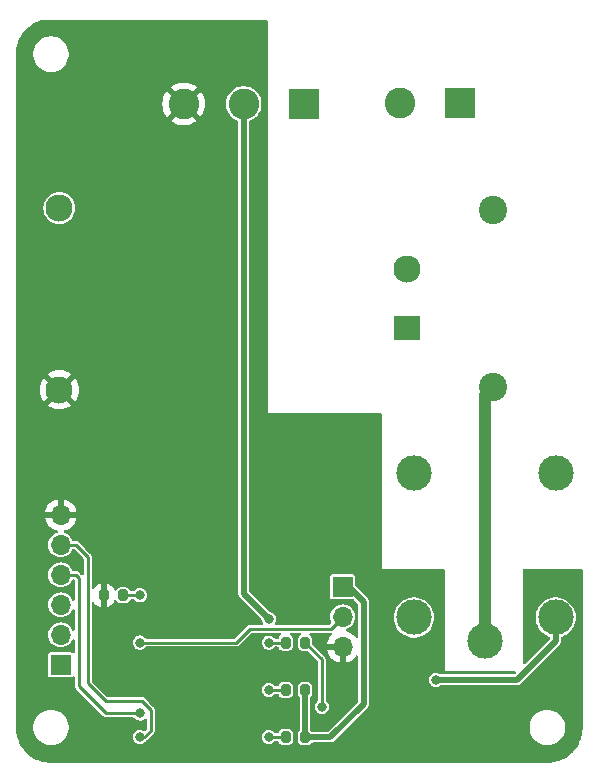
<source format=gbl>
G04 #@! TF.GenerationSoftware,KiCad,Pcbnew,7.0.8*
G04 #@! TF.CreationDate,2024-05-07T22:53:17-03:00*
G04 #@! TF.ProjectId,lamp_module_x1,6c616d70-5f6d-46f6-9475-6c655f78312e,1.1*
G04 #@! TF.SameCoordinates,Original*
G04 #@! TF.FileFunction,Copper,L2,Bot*
G04 #@! TF.FilePolarity,Positive*
%FSLAX46Y46*%
G04 Gerber Fmt 4.6, Leading zero omitted, Abs format (unit mm)*
G04 Created by KiCad (PCBNEW 7.0.8) date 2024-05-07 22:53:17*
%MOMM*%
%LPD*%
G01*
G04 APERTURE LIST*
G04 Aperture macros list*
%AMRoundRect*
0 Rectangle with rounded corners*
0 $1 Rounding radius*
0 $2 $3 $4 $5 $6 $7 $8 $9 X,Y pos of 4 corners*
0 Add a 4 corners polygon primitive as box body*
4,1,4,$2,$3,$4,$5,$6,$7,$8,$9,$2,$3,0*
0 Add four circle primitives for the rounded corners*
1,1,$1+$1,$2,$3*
1,1,$1+$1,$4,$5*
1,1,$1+$1,$6,$7*
1,1,$1+$1,$8,$9*
0 Add four rect primitives between the rounded corners*
20,1,$1+$1,$2,$3,$4,$5,0*
20,1,$1+$1,$4,$5,$6,$7,0*
20,1,$1+$1,$6,$7,$8,$9,0*
20,1,$1+$1,$8,$9,$2,$3,0*%
G04 Aperture macros list end*
G04 #@! TA.AperFunction,ComponentPad*
%ADD10R,1.700000X1.700000*%
G04 #@! TD*
G04 #@! TA.AperFunction,ComponentPad*
%ADD11O,1.700000X1.700000*%
G04 #@! TD*
G04 #@! TA.AperFunction,ComponentPad*
%ADD12C,3.000000*%
G04 #@! TD*
G04 #@! TA.AperFunction,ComponentPad*
%ADD13R,2.600000X2.600000*%
G04 #@! TD*
G04 #@! TA.AperFunction,ComponentPad*
%ADD14C,2.600000*%
G04 #@! TD*
G04 #@! TA.AperFunction,ComponentPad*
%ADD15C,2.400000*%
G04 #@! TD*
G04 #@! TA.AperFunction,ComponentPad*
%ADD16R,2.300000X2.000000*%
G04 #@! TD*
G04 #@! TA.AperFunction,ComponentPad*
%ADD17C,2.300000*%
G04 #@! TD*
G04 #@! TA.AperFunction,SMDPad,CuDef*
%ADD18RoundRect,0.200000X0.200000X0.275000X-0.200000X0.275000X-0.200000X-0.275000X0.200000X-0.275000X0*%
G04 #@! TD*
G04 #@! TA.AperFunction,ViaPad*
%ADD19C,0.800000*%
G04 #@! TD*
G04 #@! TA.AperFunction,Conductor*
%ADD20C,0.500000*%
G04 #@! TD*
G04 #@! TA.AperFunction,Conductor*
%ADD21C,1.000000*%
G04 #@! TD*
G04 #@! TA.AperFunction,Conductor*
%ADD22C,0.250000*%
G04 #@! TD*
G04 APERTURE END LIST*
D10*
X156234000Y-99015300D03*
D11*
X156234000Y-101555300D03*
X156234000Y-104095300D03*
D12*
X168268000Y-103613300D03*
X162268000Y-89413300D03*
X174268000Y-89413300D03*
X174268000Y-101613300D03*
X162268000Y-101613300D03*
D13*
X152932000Y-58121300D03*
D14*
X147852000Y-58121300D03*
X142772000Y-58121300D03*
D10*
X132358000Y-105619300D03*
D11*
X132358000Y-103079300D03*
X132358000Y-100539300D03*
X132358000Y-97999300D03*
X132358000Y-95459300D03*
X132358000Y-92919300D03*
D13*
X166145000Y-58070300D03*
D14*
X161065000Y-58070300D03*
D15*
X168934000Y-82131300D03*
X168934000Y-67131300D03*
D16*
X161652500Y-77131300D03*
D17*
X161652500Y-72131300D03*
X132252500Y-82331300D03*
X132252500Y-66931300D03*
D18*
X153049000Y-103738805D03*
X151399000Y-103738805D03*
X153049000Y-111738804D03*
X151399000Y-111738804D03*
X137649000Y-99738806D03*
X135999000Y-99738806D03*
X153049000Y-107738807D03*
X151399000Y-107738807D03*
D19*
X164108000Y-106889300D03*
X150495000Y-91663301D03*
X158774000Y-111715300D03*
X132252500Y-80010000D03*
X134644000Y-59137300D03*
X158068000Y-85471000D03*
X155194000Y-94742000D03*
X170204000Y-111715300D03*
X144018000Y-89109300D03*
X139062999Y-98276802D03*
X149985000Y-101738802D03*
X139062999Y-109738803D03*
X139062999Y-111738800D03*
X149985001Y-103738802D03*
X149985001Y-107738807D03*
X149985001Y-111738804D03*
X139062999Y-99738806D03*
X154456000Y-109175300D03*
X139062999Y-103738802D03*
D20*
X147852000Y-99605802D02*
X149985000Y-101738802D01*
X147852000Y-58121300D02*
X147852000Y-99605802D01*
D21*
X168268000Y-82797300D02*
X168934000Y-82131300D01*
X168268000Y-103613300D02*
X168268000Y-82797300D01*
D20*
X164108000Y-106889300D02*
X170966000Y-106889300D01*
X170966000Y-106889300D02*
X174268000Y-103587300D01*
X174268000Y-103587300D02*
X174268000Y-101613300D01*
X153049000Y-107738807D02*
X153049000Y-111738804D01*
X158012000Y-100285300D02*
X156742000Y-99015300D01*
X156742000Y-99015300D02*
X156234000Y-99015300D01*
X158012000Y-108921300D02*
X158012000Y-100285300D01*
X153049000Y-111738804D02*
X155194496Y-111738804D01*
X155194496Y-111738804D02*
X158012000Y-108921300D01*
D22*
X133628000Y-97999300D02*
X132358000Y-97999300D01*
X136223503Y-109738803D02*
X133882000Y-107397300D01*
X133882000Y-98253300D02*
X133628000Y-97999300D01*
X133882000Y-107397300D02*
X133882000Y-98253300D01*
X139062999Y-109738803D02*
X136223503Y-109738803D01*
X133628000Y-95459300D02*
X132358000Y-95459300D01*
X134644000Y-96475300D02*
X133628000Y-95459300D01*
X139978000Y-109429300D02*
X139216000Y-108667300D01*
X136168000Y-108667300D02*
X134644000Y-107143300D01*
X139216000Y-108667300D02*
X136168000Y-108667300D01*
X134644000Y-107143300D02*
X134644000Y-96475300D01*
X139978000Y-111207300D02*
X139978000Y-109429300D01*
X139062999Y-111738800D02*
X139446500Y-111738800D01*
X139446500Y-111738800D02*
X139978000Y-111207300D01*
X149985003Y-103738805D02*
X149985001Y-103738802D01*
X151399001Y-103738805D02*
X149985003Y-103738805D01*
X151399000Y-107738805D02*
X149985001Y-107738807D01*
X151399001Y-111738804D02*
X149985001Y-111738804D01*
X137648999Y-99738806D02*
X139062999Y-99738806D01*
X154456000Y-105145805D02*
X154456000Y-109175300D01*
X153049000Y-103738805D02*
X154456000Y-105145805D01*
X155218000Y-102571300D02*
X156234000Y-101555300D01*
X147192498Y-103738802D02*
X148360000Y-102571300D01*
X139062999Y-103738802D02*
X147192498Y-103738802D01*
X148360000Y-102571300D02*
X155218000Y-102571300D01*
G04 #@! TA.AperFunction,Conductor*
G36*
X149827039Y-51028985D02*
G01*
X149872794Y-51081789D01*
X149884000Y-51133300D01*
X149884000Y-84283300D01*
X159412000Y-84283300D01*
X159479039Y-84302985D01*
X159524794Y-84355789D01*
X159536000Y-84407300D01*
X159536000Y-97491300D01*
X164746000Y-97491300D01*
X164813039Y-97510985D01*
X164858794Y-97563789D01*
X164870000Y-97615300D01*
X164870000Y-106127300D01*
X170791535Y-106127300D01*
X170858574Y-106146985D01*
X170904329Y-106199789D01*
X170914273Y-106268947D01*
X170885248Y-106332503D01*
X170879216Y-106338981D01*
X170815716Y-106402481D01*
X170754393Y-106435966D01*
X170728035Y-106438800D01*
X164549419Y-106438800D01*
X164482380Y-106419115D01*
X164473933Y-106413176D01*
X164410842Y-106364764D01*
X164264762Y-106304256D01*
X164264760Y-106304255D01*
X164108001Y-106283618D01*
X164107999Y-106283618D01*
X163951239Y-106304255D01*
X163951237Y-106304256D01*
X163805160Y-106364763D01*
X163679718Y-106461018D01*
X163583463Y-106586460D01*
X163522956Y-106732537D01*
X163522955Y-106732539D01*
X163502318Y-106889298D01*
X163502318Y-106889301D01*
X163522955Y-107046060D01*
X163522956Y-107046062D01*
X163575682Y-107173355D01*
X163583464Y-107192141D01*
X163679718Y-107317582D01*
X163805159Y-107413836D01*
X163951238Y-107474344D01*
X164029619Y-107484663D01*
X164107999Y-107494982D01*
X164108000Y-107494982D01*
X164108001Y-107494982D01*
X164160254Y-107488102D01*
X164264762Y-107474344D01*
X164410841Y-107413836D01*
X164473933Y-107365423D01*
X164539102Y-107340230D01*
X164549419Y-107339800D01*
X170937217Y-107339800D01*
X170944155Y-107340189D01*
X170976050Y-107343783D01*
X170983034Y-107344570D01*
X170983034Y-107344569D01*
X170983035Y-107344570D01*
X171041479Y-107333511D01*
X171100287Y-107324648D01*
X171100290Y-107324646D01*
X171108447Y-107322130D01*
X171116469Y-107319323D01*
X171116472Y-107319323D01*
X171169072Y-107291522D01*
X171222642Y-107265725D01*
X171222642Y-107265724D01*
X171222644Y-107265724D01*
X171229695Y-107260916D01*
X171236538Y-107255866D01*
X171278599Y-107213804D01*
X171322194Y-107173355D01*
X171322196Y-107173350D01*
X171327987Y-107166090D01*
X171328643Y-107166613D01*
X171338032Y-107154370D01*
X174566205Y-103926196D01*
X174571373Y-103921577D01*
X174601970Y-103897179D01*
X174635480Y-103848028D01*
X174670793Y-103800182D01*
X174670794Y-103800179D01*
X174674778Y-103792641D01*
X174678474Y-103784968D01*
X174696006Y-103728127D01*
X174715645Y-103672002D01*
X174715646Y-103672000D01*
X174715646Y-103671995D01*
X174717228Y-103663636D01*
X174718500Y-103655199D01*
X174718500Y-103595726D01*
X174720724Y-103536292D01*
X174719684Y-103527061D01*
X174720513Y-103526967D01*
X174718500Y-103511666D01*
X174718500Y-103345415D01*
X174738185Y-103278376D01*
X174790989Y-103232621D01*
X174805952Y-103226924D01*
X174890987Y-103200695D01*
X174890994Y-103200691D01*
X174891004Y-103200689D01*
X175095928Y-103102003D01*
X175120626Y-103090109D01*
X175120626Y-103090108D01*
X175120634Y-103090105D01*
X175331217Y-102946532D01*
X175518050Y-102773177D01*
X175676959Y-102573912D01*
X175804393Y-102353188D01*
X175897508Y-102115937D01*
X175954222Y-101867457D01*
X175973268Y-101613300D01*
X175970925Y-101582040D01*
X175954222Y-101359145D01*
X175951990Y-101349367D01*
X175897508Y-101110663D01*
X175804393Y-100873412D01*
X175676959Y-100652688D01*
X175518050Y-100453423D01*
X175331217Y-100280068D01*
X175120634Y-100136495D01*
X175120630Y-100136493D01*
X175120627Y-100136491D01*
X175120626Y-100136490D01*
X174891006Y-100025912D01*
X174891008Y-100025912D01*
X174647466Y-99950789D01*
X174647462Y-99950788D01*
X174647458Y-99950787D01*
X174526231Y-99932514D01*
X174395440Y-99912800D01*
X174395435Y-99912800D01*
X174140565Y-99912800D01*
X174140559Y-99912800D01*
X173983609Y-99936457D01*
X173888542Y-99950787D01*
X173888539Y-99950788D01*
X173888533Y-99950789D01*
X173644992Y-100025912D01*
X173415373Y-100136490D01*
X173415372Y-100136491D01*
X173415366Y-100136494D01*
X173415366Y-100136495D01*
X173394072Y-100151013D01*
X173204782Y-100280068D01*
X173017952Y-100453421D01*
X173017950Y-100453423D01*
X172859041Y-100652688D01*
X172731608Y-100873409D01*
X172638492Y-101110662D01*
X172638490Y-101110669D01*
X172581777Y-101359145D01*
X172562732Y-101613295D01*
X172562732Y-101613304D01*
X172581777Y-101867454D01*
X172634008Y-102096295D01*
X172638492Y-102115937D01*
X172731607Y-102353188D01*
X172859041Y-102573912D01*
X173017950Y-102773177D01*
X173204783Y-102946532D01*
X173415366Y-103090105D01*
X173415371Y-103090107D01*
X173415372Y-103090108D01*
X173415373Y-103090109D01*
X173610664Y-103184155D01*
X173644996Y-103200689D01*
X173645001Y-103200690D01*
X173645012Y-103200695D01*
X173730048Y-103226924D01*
X173788308Y-103265493D01*
X173816466Y-103329437D01*
X173817500Y-103345415D01*
X173817500Y-103349335D01*
X173797815Y-103416374D01*
X173781181Y-103437016D01*
X171685681Y-105532516D01*
X171624358Y-105566001D01*
X171554666Y-105561017D01*
X171498733Y-105519145D01*
X171474316Y-105453681D01*
X171474000Y-105444835D01*
X171474000Y-97615300D01*
X171493685Y-97548261D01*
X171546489Y-97502506D01*
X171598000Y-97491300D01*
X176429500Y-97491300D01*
X176496539Y-97510985D01*
X176542294Y-97563789D01*
X176553500Y-97615300D01*
X176553500Y-110916533D01*
X176553415Y-110919778D01*
X176546761Y-111046778D01*
X176536132Y-111235600D01*
X176535467Y-111241817D01*
X176512042Y-111389740D01*
X176483661Y-111556795D01*
X176482423Y-111562460D01*
X176442217Y-111712519D01*
X176396744Y-111870367D01*
X176395048Y-111875424D01*
X176338508Y-112022726D01*
X176276387Y-112172702D01*
X176274348Y-112177124D01*
X176202129Y-112318866D01*
X176124027Y-112460185D01*
X176121760Y-112463963D01*
X176034655Y-112598097D01*
X175941420Y-112729503D01*
X175939037Y-112732644D01*
X175838990Y-112856193D01*
X175837037Y-112858488D01*
X175730714Y-112977465D01*
X175728325Y-112979993D01*
X175615829Y-113092490D01*
X175613301Y-113094880D01*
X175494324Y-113201205D01*
X175492029Y-113203158D01*
X175368480Y-113303209D01*
X175365339Y-113305591D01*
X175233941Y-113398826D01*
X175099797Y-113485938D01*
X175096020Y-113488205D01*
X174954700Y-113566311D01*
X174812963Y-113638529D01*
X174808541Y-113640568D01*
X174658527Y-113702707D01*
X174511288Y-113759226D01*
X174506232Y-113760921D01*
X174348325Y-113806415D01*
X174198308Y-113846612D01*
X174192644Y-113847849D01*
X174025597Y-113876233D01*
X173877692Y-113899659D01*
X173871466Y-113900325D01*
X173675131Y-113911351D01*
X173556495Y-113917569D01*
X173553249Y-113917654D01*
X131830251Y-113917654D01*
X131820707Y-113914851D01*
X131786328Y-113917474D01*
X131781610Y-113917654D01*
X131780576Y-113917654D01*
X131779533Y-113917749D01*
X131656738Y-113920402D01*
X131450602Y-113924044D01*
X131444040Y-113923812D01*
X131287775Y-113909991D01*
X131110813Y-113892236D01*
X131104801Y-113891333D01*
X130945239Y-113859314D01*
X130917234Y-113853121D01*
X130776888Y-113822082D01*
X130771487Y-113820630D01*
X130613934Y-113770533D01*
X130453101Y-113714486D01*
X130448352Y-113712608D01*
X130295939Y-113644969D01*
X130211109Y-113603679D01*
X130143635Y-113570837D01*
X130139558Y-113568661D01*
X129994694Y-113484268D01*
X129852492Y-113392992D01*
X129849089Y-113390644D01*
X129715128Y-113291460D01*
X129712636Y-113289515D01*
X129669657Y-113254165D01*
X129583373Y-113183197D01*
X129580635Y-113180806D01*
X129458290Y-113067483D01*
X129455707Y-113064945D01*
X129339808Y-112944177D01*
X129337678Y-112941842D01*
X129228547Y-112815857D01*
X129225963Y-112812666D01*
X129124072Y-112677843D01*
X129028838Y-112539833D01*
X129026361Y-112535941D01*
X128982025Y-112460185D01*
X128940819Y-112389776D01*
X128861696Y-112242925D01*
X128859481Y-112238373D01*
X128791315Y-112082321D01*
X128729292Y-111928988D01*
X128727450Y-111923765D01*
X128677467Y-111758786D01*
X128633325Y-111602073D01*
X128631972Y-111596177D01*
X128600748Y-111421121D01*
X128575012Y-111266313D01*
X128574282Y-111259802D01*
X128573821Y-111251985D01*
X128562133Y-111053593D01*
X128561522Y-111042488D01*
X130053501Y-111042488D01*
X130094430Y-111287770D01*
X130175170Y-111522956D01*
X130175173Y-111522965D01*
X130293525Y-111741660D01*
X130293527Y-111741663D01*
X130446263Y-111937898D01*
X130603122Y-112082297D01*
X130629218Y-112106320D01*
X130837394Y-112242327D01*
X131065119Y-112342217D01*
X131252830Y-112389752D01*
X131306180Y-112403262D01*
X131306182Y-112403262D01*
X131306187Y-112403263D01*
X131439377Y-112414299D01*
X131491934Y-112418654D01*
X131491936Y-112418654D01*
X131616066Y-112418654D01*
X131616068Y-112418654D01*
X131677285Y-112413581D01*
X131801814Y-112403263D01*
X131801817Y-112403262D01*
X131801822Y-112403262D01*
X132042882Y-112342217D01*
X132270608Y-112242327D01*
X132478786Y-112106318D01*
X132661739Y-111937898D01*
X132814475Y-111741663D01*
X132932829Y-111522964D01*
X133013572Y-111287768D01*
X133054501Y-111042489D01*
X133054501Y-110793819D01*
X133013572Y-110548540D01*
X132932829Y-110313344D01*
X132922806Y-110294824D01*
X132814476Y-110094647D01*
X132814475Y-110094645D01*
X132661739Y-109898410D01*
X132478786Y-109729990D01*
X132478783Y-109729987D01*
X132270607Y-109593980D01*
X132042882Y-109494090D01*
X131801825Y-109433046D01*
X131801814Y-109433044D01*
X131636549Y-109419351D01*
X131616068Y-109417654D01*
X131491934Y-109417654D01*
X131472522Y-109419262D01*
X131306187Y-109433044D01*
X131306176Y-109433046D01*
X131065119Y-109494090D01*
X130837394Y-109593980D01*
X130629218Y-109729987D01*
X130486130Y-109861710D01*
X130449354Y-109895565D01*
X130446262Y-109898411D01*
X130293525Y-110094647D01*
X130175173Y-110313342D01*
X130175170Y-110313351D01*
X130094430Y-110548537D01*
X130053501Y-110793819D01*
X130053501Y-111042488D01*
X128561522Y-111042488D01*
X128555264Y-110928652D01*
X128555171Y-110925298D01*
X128553797Y-93169300D01*
X131027364Y-93169300D01*
X131084567Y-93382786D01*
X131084570Y-93382792D01*
X131184399Y-93596878D01*
X131319894Y-93790382D01*
X131486917Y-93957405D01*
X131680421Y-94092900D01*
X131894507Y-94192729D01*
X131894516Y-94192733D01*
X132016649Y-94225458D01*
X132076310Y-94261823D01*
X132106839Y-94324669D01*
X132098545Y-94394045D01*
X132054059Y-94447923D01*
X132020552Y-94463893D01*
X131954046Y-94484067D01*
X131823358Y-94553922D01*
X131771550Y-94581615D01*
X131771548Y-94581616D01*
X131771547Y-94581617D01*
X131611589Y-94712889D01*
X131480317Y-94872847D01*
X131382769Y-95055343D01*
X131322699Y-95253367D01*
X131302417Y-95459300D01*
X131322699Y-95665232D01*
X131322700Y-95665234D01*
X131382768Y-95863254D01*
X131480315Y-96045750D01*
X131480317Y-96045752D01*
X131611589Y-96205710D01*
X131681213Y-96262848D01*
X131771550Y-96336985D01*
X131954046Y-96434532D01*
X132152066Y-96494600D01*
X132152065Y-96494600D01*
X132170529Y-96496418D01*
X132358000Y-96514883D01*
X132563934Y-96494600D01*
X132761954Y-96434532D01*
X132944450Y-96336985D01*
X133104410Y-96205710D01*
X133235685Y-96045750D01*
X133333232Y-95863254D01*
X133333232Y-95863253D01*
X133336104Y-95857881D01*
X133337919Y-95858851D01*
X133375839Y-95811758D01*
X133442125Y-95789668D01*
X133509831Y-95806920D01*
X133534280Y-95825906D01*
X134282181Y-96573807D01*
X134315666Y-96635130D01*
X134318500Y-96661488D01*
X134318500Y-97928738D01*
X134298815Y-97995777D01*
X134246011Y-98041532D01*
X134176853Y-98051476D01*
X134114798Y-98023731D01*
X134111243Y-98020748D01*
X134104180Y-98014822D01*
X134100197Y-98011171D01*
X134017764Y-97928738D01*
X133870119Y-97781093D01*
X133866474Y-97777114D01*
X133840456Y-97746107D01*
X133840455Y-97746106D01*
X133829058Y-97739526D01*
X133805392Y-97725861D01*
X133800831Y-97722955D01*
X133787687Y-97713752D01*
X133767684Y-97699746D01*
X133767681Y-97699745D01*
X133762861Y-97697497D01*
X133746055Y-97690535D01*
X133741043Y-97688711D01*
X133701190Y-97681683D01*
X133695910Y-97680512D01*
X133656808Y-97670035D01*
X133621892Y-97673090D01*
X133616481Y-97673564D01*
X133611078Y-97673800D01*
X133448583Y-97673800D01*
X133381544Y-97654115D01*
X133335789Y-97601311D01*
X133334021Y-97597251D01*
X133333233Y-97595351D01*
X133333232Y-97595346D01*
X133235685Y-97412850D01*
X133183702Y-97349509D01*
X133104410Y-97252889D01*
X132944452Y-97121617D01*
X132944453Y-97121617D01*
X132944450Y-97121615D01*
X132761954Y-97024068D01*
X132563934Y-96964000D01*
X132563932Y-96963999D01*
X132563934Y-96963999D01*
X132358000Y-96943717D01*
X132152067Y-96963999D01*
X131954043Y-97024069D01*
X131843898Y-97082943D01*
X131771550Y-97121615D01*
X131771548Y-97121616D01*
X131771547Y-97121617D01*
X131611589Y-97252889D01*
X131480317Y-97412847D01*
X131382769Y-97595343D01*
X131322699Y-97793367D01*
X131302417Y-97999300D01*
X131322699Y-98205232D01*
X131322700Y-98205234D01*
X131382768Y-98403254D01*
X131480315Y-98585750D01*
X131480317Y-98585752D01*
X131611589Y-98745710D01*
X131703071Y-98820786D01*
X131771550Y-98876985D01*
X131954046Y-98974532D01*
X132152066Y-99034600D01*
X132152065Y-99034600D01*
X132170529Y-99036418D01*
X132358000Y-99054883D01*
X132563934Y-99034600D01*
X132761954Y-98974532D01*
X132944450Y-98876985D01*
X133104410Y-98745710D01*
X133235685Y-98585750D01*
X133323143Y-98422128D01*
X133372105Y-98372286D01*
X133440242Y-98356826D01*
X133505922Y-98380658D01*
X133548291Y-98436216D01*
X133556500Y-98480584D01*
X133556500Y-100058015D01*
X133536815Y-100125054D01*
X133484011Y-100170809D01*
X133414853Y-100180753D01*
X133351297Y-100151728D01*
X133323142Y-100116469D01*
X133315472Y-100102119D01*
X133235685Y-99952850D01*
X133117528Y-99808874D01*
X133104410Y-99792889D01*
X132944452Y-99661617D01*
X132944453Y-99661617D01*
X132944450Y-99661615D01*
X132761954Y-99564068D01*
X132563934Y-99504000D01*
X132563932Y-99503999D01*
X132563934Y-99503999D01*
X132358000Y-99483717D01*
X132152067Y-99503999D01*
X131954043Y-99564069D01*
X131844100Y-99622836D01*
X131771550Y-99661615D01*
X131771548Y-99661616D01*
X131771547Y-99661617D01*
X131611589Y-99792889D01*
X131482008Y-99950787D01*
X131480315Y-99952850D01*
X131469698Y-99972713D01*
X131382769Y-100135343D01*
X131382768Y-100135345D01*
X131382768Y-100135346D01*
X131381626Y-100139110D01*
X131322699Y-100333367D01*
X131302417Y-100539300D01*
X131322699Y-100745232D01*
X131352734Y-100844244D01*
X131382768Y-100943254D01*
X131480315Y-101125750D01*
X131514969Y-101167977D01*
X131611589Y-101285710D01*
X131689157Y-101349367D01*
X131771550Y-101416985D01*
X131954046Y-101514532D01*
X132152066Y-101574600D01*
X132152065Y-101574600D01*
X132170529Y-101576418D01*
X132358000Y-101594883D01*
X132563934Y-101574600D01*
X132761954Y-101514532D01*
X132944450Y-101416985D01*
X133104410Y-101285710D01*
X133235685Y-101125750D01*
X133323143Y-100962128D01*
X133372105Y-100912286D01*
X133440242Y-100896826D01*
X133505922Y-100920658D01*
X133548291Y-100976216D01*
X133556500Y-101020584D01*
X133556500Y-102598015D01*
X133536815Y-102665054D01*
X133484011Y-102710809D01*
X133414853Y-102720753D01*
X133351297Y-102691728D01*
X133323142Y-102656469D01*
X133303944Y-102620553D01*
X133235685Y-102492850D01*
X133121070Y-102353190D01*
X133104410Y-102332889D01*
X132978936Y-102229917D01*
X132944450Y-102201615D01*
X132761954Y-102104068D01*
X132563934Y-102044000D01*
X132563932Y-102043999D01*
X132563934Y-102043999D01*
X132358000Y-102023717D01*
X132152067Y-102043999D01*
X131954043Y-102104069D01*
X131843898Y-102162943D01*
X131771550Y-102201615D01*
X131771548Y-102201616D01*
X131771547Y-102201617D01*
X131611589Y-102332889D01*
X131480317Y-102492847D01*
X131480315Y-102492850D01*
X131449391Y-102550705D01*
X131382769Y-102675343D01*
X131322699Y-102873367D01*
X131302417Y-103079300D01*
X131322699Y-103285232D01*
X131345120Y-103359143D01*
X131382768Y-103483254D01*
X131480315Y-103665750D01*
X131485446Y-103672002D01*
X131611589Y-103825710D01*
X131684391Y-103885456D01*
X131771550Y-103956985D01*
X131954046Y-104054532D01*
X132152066Y-104114600D01*
X132152065Y-104114600D01*
X132170529Y-104116418D01*
X132358000Y-104134883D01*
X132563934Y-104114600D01*
X132761954Y-104054532D01*
X132944450Y-103956985D01*
X133104410Y-103825710D01*
X133235685Y-103665750D01*
X133323143Y-103502128D01*
X133372105Y-103452286D01*
X133440242Y-103436826D01*
X133505922Y-103460658D01*
X133548291Y-103516216D01*
X133556500Y-103560584D01*
X133556500Y-104529333D01*
X133536815Y-104596372D01*
X133484011Y-104642127D01*
X133414853Y-104652071D01*
X133364384Y-104629022D01*
X133362707Y-104631533D01*
X133286230Y-104580432D01*
X133286229Y-104580431D01*
X133227752Y-104568800D01*
X133227748Y-104568800D01*
X131488252Y-104568800D01*
X131488247Y-104568800D01*
X131429770Y-104580431D01*
X131429769Y-104580432D01*
X131363447Y-104624747D01*
X131319132Y-104691069D01*
X131319131Y-104691070D01*
X131307500Y-104749547D01*
X131307500Y-106489052D01*
X131319131Y-106547529D01*
X131319132Y-106547530D01*
X131363447Y-106613852D01*
X131429769Y-106658167D01*
X131429770Y-106658168D01*
X131488247Y-106669799D01*
X131488250Y-106669800D01*
X131488252Y-106669800D01*
X133227750Y-106669800D01*
X133227751Y-106669799D01*
X133242568Y-106666852D01*
X133286229Y-106658168D01*
X133286229Y-106658167D01*
X133286231Y-106658167D01*
X133352552Y-106613852D01*
X133352551Y-106613852D01*
X133362707Y-106607067D01*
X133365033Y-106610548D01*
X133406142Y-106588101D01*
X133475834Y-106593085D01*
X133531767Y-106634957D01*
X133556184Y-106700421D01*
X133556500Y-106709267D01*
X133556500Y-107380378D01*
X133556264Y-107385785D01*
X133552735Y-107426108D01*
X133563212Y-107465210D01*
X133564383Y-107470490D01*
X133571411Y-107510343D01*
X133573235Y-107515355D01*
X133580197Y-107532161D01*
X133582445Y-107536981D01*
X133582446Y-107536984D01*
X133596452Y-107556987D01*
X133605655Y-107570131D01*
X133608561Y-107574692D01*
X133628806Y-107609755D01*
X133659815Y-107635775D01*
X133663805Y-107639431D01*
X135981371Y-109956998D01*
X135985026Y-109960987D01*
X136011044Y-109991993D01*
X136011046Y-109991994D01*
X136011048Y-109991997D01*
X136046108Y-110012238D01*
X136050662Y-110015140D01*
X136083819Y-110038357D01*
X136083822Y-110038357D01*
X136088679Y-110040623D01*
X136105436Y-110047563D01*
X136110456Y-110049390D01*
X136110458Y-110049391D01*
X136150333Y-110056421D01*
X136155590Y-110057587D01*
X136194696Y-110068066D01*
X136235013Y-110064538D01*
X136240415Y-110064303D01*
X138494700Y-110064303D01*
X138561739Y-110083988D01*
X138593075Y-110112816D01*
X138634717Y-110167085D01*
X138760158Y-110263339D01*
X138906237Y-110323847D01*
X138984618Y-110334166D01*
X139062998Y-110344485D01*
X139062999Y-110344485D01*
X139063000Y-110344485D01*
X139115253Y-110337605D01*
X139219761Y-110323847D01*
X139365840Y-110263339D01*
X139453015Y-110196446D01*
X139518183Y-110171254D01*
X139586627Y-110185292D01*
X139636617Y-110234106D01*
X139652500Y-110294824D01*
X139652500Y-111021111D01*
X139632815Y-111088150D01*
X139616181Y-111108793D01*
X139524705Y-111200268D01*
X139463381Y-111233752D01*
X139393690Y-111228768D01*
X139373353Y-111217508D01*
X139372880Y-111218328D01*
X139365842Y-111214265D01*
X139365837Y-111214263D01*
X139219761Y-111153756D01*
X139219759Y-111153755D01*
X139063000Y-111133118D01*
X139062998Y-111133118D01*
X138906238Y-111153755D01*
X138906236Y-111153756D01*
X138760159Y-111214263D01*
X138634717Y-111310518D01*
X138538462Y-111435960D01*
X138477955Y-111582037D01*
X138477954Y-111582039D01*
X138457317Y-111738798D01*
X138457317Y-111738801D01*
X138477954Y-111895560D01*
X138477955Y-111895562D01*
X138530138Y-112021544D01*
X138538463Y-112041641D01*
X138634717Y-112167082D01*
X138760158Y-112263336D01*
X138906237Y-112323844D01*
X138984618Y-112334163D01*
X139062998Y-112344482D01*
X139062999Y-112344482D01*
X139063000Y-112344482D01*
X139115253Y-112337602D01*
X139219761Y-112323844D01*
X139365840Y-112263336D01*
X139491281Y-112167082D01*
X139582940Y-112047628D01*
X139610186Y-112021546D01*
X139619340Y-112015136D01*
X139623899Y-112012233D01*
X139653877Y-111994926D01*
X139658955Y-111991994D01*
X139684981Y-111960976D01*
X139688622Y-111957002D01*
X139906819Y-111738805D01*
X149379319Y-111738805D01*
X149399956Y-111895564D01*
X149399957Y-111895566D01*
X149460462Y-112041639D01*
X149460465Y-112041645D01*
X149556719Y-112167086D01*
X149682160Y-112263340D01*
X149828239Y-112323848D01*
X149906620Y-112334167D01*
X149985000Y-112344486D01*
X149985001Y-112344486D01*
X149985002Y-112344486D01*
X150037255Y-112337606D01*
X150141763Y-112323848D01*
X150287842Y-112263340D01*
X150413283Y-112167086D01*
X150454924Y-112112817D01*
X150511352Y-112071615D01*
X150553300Y-112064304D01*
X150699253Y-112064304D01*
X150766292Y-112083989D01*
X150809738Y-112132009D01*
X150813353Y-112139104D01*
X150813354Y-112139108D01*
X150866928Y-112244252D01*
X150870951Y-112252147D01*
X150870954Y-112252151D01*
X150960652Y-112341849D01*
X150960654Y-112341850D01*
X150960658Y-112341854D01*
X151054663Y-112389752D01*
X151073698Y-112399451D01*
X151167475Y-112414303D01*
X151167481Y-112414304D01*
X151630518Y-112414303D01*
X151724304Y-112399450D01*
X151837342Y-112341854D01*
X151927050Y-112252146D01*
X151984646Y-112139108D01*
X151984646Y-112139106D01*
X151984647Y-112139105D01*
X151999499Y-112045328D01*
X151999500Y-112045323D01*
X151999499Y-111432286D01*
X151984646Y-111338500D01*
X151927050Y-111225462D01*
X151927046Y-111225458D01*
X151927045Y-111225456D01*
X151837347Y-111135758D01*
X151837344Y-111135756D01*
X151837342Y-111135754D01*
X151751192Y-111091858D01*
X151724301Y-111078156D01*
X151630524Y-111063304D01*
X151167482Y-111063304D01*
X151091079Y-111075405D01*
X151073696Y-111078158D01*
X150960658Y-111135754D01*
X150960657Y-111135755D01*
X150960652Y-111135758D01*
X150870954Y-111225456D01*
X150870951Y-111225461D01*
X150870950Y-111225462D01*
X150820030Y-111325398D01*
X150809737Y-111345599D01*
X150761762Y-111396395D01*
X150699252Y-111413304D01*
X150553300Y-111413304D01*
X150486261Y-111393619D01*
X150454924Y-111364790D01*
X150413284Y-111310523D01*
X150413283Y-111310522D01*
X150287842Y-111214268D01*
X150287832Y-111214264D01*
X150141763Y-111153760D01*
X150141761Y-111153759D01*
X149985002Y-111133122D01*
X149985000Y-111133122D01*
X149828240Y-111153759D01*
X149828238Y-111153760D01*
X149682161Y-111214267D01*
X149556719Y-111310522D01*
X149460464Y-111435964D01*
X149399957Y-111582041D01*
X149399956Y-111582043D01*
X149379319Y-111738802D01*
X149379319Y-111738805D01*
X139906819Y-111738805D01*
X140196204Y-111449420D01*
X140200166Y-111445789D01*
X140231194Y-111419755D01*
X140251438Y-111384690D01*
X140254335Y-111380141D01*
X140277554Y-111346984D01*
X140277554Y-111346981D01*
X140279818Y-111342127D01*
X140286748Y-111325398D01*
X140288586Y-111320348D01*
X140288588Y-111320345D01*
X140294331Y-111287770D01*
X140295616Y-111280485D01*
X140296782Y-111275219D01*
X140307264Y-111236106D01*
X140307023Y-111233356D01*
X140303736Y-111195780D01*
X140303500Y-111190374D01*
X140303500Y-109446220D01*
X140303736Y-109440813D01*
X140305763Y-109417654D01*
X140307264Y-109400493D01*
X140296782Y-109361376D01*
X140295616Y-109356118D01*
X140288588Y-109316255D01*
X140288586Y-109316252D01*
X140288586Y-109316250D01*
X140286760Y-109311233D01*
X140279820Y-109294476D01*
X140277554Y-109289619D01*
X140277554Y-109289616D01*
X140254339Y-109256462D01*
X140251433Y-109251899D01*
X140231196Y-109216848D01*
X140231195Y-109216847D01*
X140231194Y-109216845D01*
X140200177Y-109190818D01*
X140196193Y-109187167D01*
X139854692Y-108845666D01*
X139458119Y-108449093D01*
X139454474Y-108445114D01*
X139428456Y-108414107D01*
X139428455Y-108414106D01*
X139417058Y-108407526D01*
X139393392Y-108393861D01*
X139388831Y-108390955D01*
X139374700Y-108381061D01*
X139355684Y-108367746D01*
X139355681Y-108367745D01*
X139350861Y-108365497D01*
X139334055Y-108358535D01*
X139329043Y-108356711D01*
X139289190Y-108349683D01*
X139283910Y-108348512D01*
X139244808Y-108338035D01*
X139209892Y-108341090D01*
X139204481Y-108341564D01*
X139199078Y-108341800D01*
X136354189Y-108341800D01*
X136287150Y-108322115D01*
X136266508Y-108305481D01*
X135699835Y-107738808D01*
X149379319Y-107738808D01*
X149399956Y-107895567D01*
X149399957Y-107895569D01*
X149460465Y-108041648D01*
X149556719Y-108167089D01*
X149682160Y-108263343D01*
X149828239Y-108323851D01*
X149906620Y-108334170D01*
X149985000Y-108344489D01*
X149985001Y-108344489D01*
X149985002Y-108344489D01*
X150037255Y-108337609D01*
X150141763Y-108323851D01*
X150287842Y-108263343D01*
X150413283Y-108167089D01*
X150454925Y-108112818D01*
X150511349Y-108071617D01*
X150553295Y-108064305D01*
X150699252Y-108064305D01*
X150766290Y-108083990D01*
X150809736Y-108132010D01*
X150813353Y-108139110D01*
X150813354Y-108139111D01*
X150870950Y-108252149D01*
X150870952Y-108252151D01*
X150870954Y-108252154D01*
X150960652Y-108341852D01*
X150960654Y-108341853D01*
X150960658Y-108341857D01*
X151057018Y-108390955D01*
X151073698Y-108399454D01*
X151167475Y-108414306D01*
X151167481Y-108414307D01*
X151630518Y-108414306D01*
X151724304Y-108399453D01*
X151837342Y-108341857D01*
X151927050Y-108252149D01*
X151984646Y-108139111D01*
X151984646Y-108139109D01*
X151984647Y-108139108D01*
X151999499Y-108045331D01*
X151999500Y-108045326D01*
X151999499Y-107432289D01*
X151984646Y-107338503D01*
X151927050Y-107225465D01*
X151927046Y-107225461D01*
X151927045Y-107225459D01*
X151837347Y-107135761D01*
X151837344Y-107135759D01*
X151837342Y-107135757D01*
X151760517Y-107096612D01*
X151724301Y-107078159D01*
X151630524Y-107063307D01*
X151167482Y-107063307D01*
X151086519Y-107076130D01*
X151073696Y-107078161D01*
X150960658Y-107135757D01*
X150960657Y-107135758D01*
X150960652Y-107135761D01*
X150870954Y-107225459D01*
X150870951Y-107225464D01*
X150870950Y-107225465D01*
X150820414Y-107324648D01*
X150809738Y-107345600D01*
X150761763Y-107396396D01*
X150699253Y-107413305D01*
X150553298Y-107413305D01*
X150486259Y-107393620D01*
X150454922Y-107364791D01*
X150436045Y-107340190D01*
X150413283Y-107310525D01*
X150287842Y-107214271D01*
X150286765Y-107213825D01*
X150141763Y-107153763D01*
X150141761Y-107153762D01*
X149985002Y-107133125D01*
X149985000Y-107133125D01*
X149828240Y-107153762D01*
X149828238Y-107153763D01*
X149682161Y-107214270D01*
X149556719Y-107310525D01*
X149460464Y-107435967D01*
X149399957Y-107582044D01*
X149399956Y-107582046D01*
X149379319Y-107738805D01*
X149379319Y-107738808D01*
X135699835Y-107738808D01*
X135005819Y-107044792D01*
X134972334Y-106983469D01*
X134969500Y-106957111D01*
X134969500Y-103738803D01*
X138457317Y-103738803D01*
X138477954Y-103895562D01*
X138477955Y-103895564D01*
X138526842Y-104013589D01*
X138538463Y-104041643D01*
X138634717Y-104167084D01*
X138760158Y-104263338D01*
X138906237Y-104323846D01*
X138984618Y-104334165D01*
X139062998Y-104344484D01*
X139062999Y-104344484D01*
X139063000Y-104344484D01*
X139115253Y-104337604D01*
X139219761Y-104323846D01*
X139365840Y-104263338D01*
X139491281Y-104167084D01*
X139532922Y-104112815D01*
X139589350Y-104071613D01*
X139631298Y-104064302D01*
X147175576Y-104064302D01*
X147180979Y-104064537D01*
X147221305Y-104068066D01*
X147260438Y-104057579D01*
X147265660Y-104056421D01*
X147305543Y-104049390D01*
X147305548Y-104049386D01*
X147310597Y-104047549D01*
X147327322Y-104040621D01*
X147332179Y-104038356D01*
X147332182Y-104038356D01*
X147365339Y-104015137D01*
X147369888Y-104012240D01*
X147404953Y-103991996D01*
X147430979Y-103960978D01*
X147434620Y-103957004D01*
X148458508Y-102933119D01*
X148519831Y-102899634D01*
X148546189Y-102896800D01*
X149888156Y-102896800D01*
X149955195Y-102916485D01*
X149985144Y-102951048D01*
X149999534Y-102928060D01*
X150062740Y-102898281D01*
X150081846Y-102896800D01*
X150913137Y-102896800D01*
X150980176Y-102916485D01*
X151025931Y-102969289D01*
X151035875Y-103038447D01*
X151006850Y-103102003D01*
X150969434Y-103131283D01*
X150960658Y-103135755D01*
X150960657Y-103135756D01*
X150960652Y-103135759D01*
X150870954Y-103225457D01*
X150870951Y-103225462D01*
X150870950Y-103225463D01*
X150813636Y-103337948D01*
X150809737Y-103345600D01*
X150761762Y-103396396D01*
X150699252Y-103413305D01*
X150553302Y-103413305D01*
X150486263Y-103393620D01*
X150454926Y-103364791D01*
X150443066Y-103349335D01*
X150413283Y-103310520D01*
X150287842Y-103214266D01*
X150255064Y-103200689D01*
X150141763Y-103153758D01*
X150141761Y-103153757D01*
X150065661Y-103143739D01*
X150001764Y-103115472D01*
X149986373Y-103092139D01*
X149981869Y-103102003D01*
X149923091Y-103139777D01*
X149904341Y-103143739D01*
X149828240Y-103153757D01*
X149828238Y-103153758D01*
X149682161Y-103214265D01*
X149556719Y-103310520D01*
X149460464Y-103435962D01*
X149399957Y-103582039D01*
X149399956Y-103582041D01*
X149379319Y-103738800D01*
X149379319Y-103738803D01*
X149399956Y-103895562D01*
X149399957Y-103895564D01*
X149448844Y-104013589D01*
X149460465Y-104041643D01*
X149556719Y-104167084D01*
X149682160Y-104263338D01*
X149828239Y-104323846D01*
X149906620Y-104334165D01*
X149985000Y-104344484D01*
X149985001Y-104344484D01*
X149985002Y-104344484D01*
X150037255Y-104337604D01*
X150141763Y-104323846D01*
X150287842Y-104263338D01*
X150413283Y-104167084D01*
X150454923Y-104112816D01*
X150511350Y-104071616D01*
X150553298Y-104064305D01*
X150699253Y-104064305D01*
X150766292Y-104083990D01*
X150809738Y-104132010D01*
X150813353Y-104139105D01*
X150813354Y-104139109D01*
X150827662Y-104167189D01*
X150870951Y-104252148D01*
X150870954Y-104252152D01*
X150960652Y-104341850D01*
X150960654Y-104341851D01*
X150960658Y-104341855D01*
X151073694Y-104399450D01*
X151073698Y-104399452D01*
X151167475Y-104414304D01*
X151167481Y-104414305D01*
X151630518Y-104414304D01*
X151724304Y-104399451D01*
X151837342Y-104341855D01*
X151927050Y-104252147D01*
X151984646Y-104139109D01*
X151984646Y-104139107D01*
X151984647Y-104139106D01*
X151997558Y-104057587D01*
X151999500Y-104045324D01*
X151999499Y-103432287D01*
X151984646Y-103338501D01*
X151927050Y-103225463D01*
X151927046Y-103225459D01*
X151927045Y-103225457D01*
X151837347Y-103135759D01*
X151837344Y-103135757D01*
X151837342Y-103135755D01*
X151828566Y-103131283D01*
X151777772Y-103083310D01*
X151760977Y-103015489D01*
X151783515Y-102949354D01*
X151838230Y-102905903D01*
X151884863Y-102896800D01*
X152563137Y-102896800D01*
X152630176Y-102916485D01*
X152675931Y-102969289D01*
X152685875Y-103038447D01*
X152656850Y-103102003D01*
X152619434Y-103131283D01*
X152610658Y-103135755D01*
X152610657Y-103135756D01*
X152610652Y-103135759D01*
X152520954Y-103225457D01*
X152520951Y-103225462D01*
X152463352Y-103338503D01*
X152448500Y-103432280D01*
X152448500Y-104045322D01*
X152459190Y-104112816D01*
X152463354Y-104139109D01*
X152520950Y-104252147D01*
X152520952Y-104252149D01*
X152520954Y-104252152D01*
X152610652Y-104341850D01*
X152610654Y-104341851D01*
X152610658Y-104341855D01*
X152723694Y-104399450D01*
X152723698Y-104399452D01*
X152817475Y-104414304D01*
X152817481Y-104414305D01*
X153212810Y-104414304D01*
X153279849Y-104433988D01*
X153300491Y-104450623D01*
X154094181Y-105244312D01*
X154127666Y-105305635D01*
X154130500Y-105331993D01*
X154130500Y-108606999D01*
X154110815Y-108674038D01*
X154081988Y-108705374D01*
X154027720Y-108747015D01*
X153931463Y-108872460D01*
X153870956Y-109018537D01*
X153870955Y-109018539D01*
X153850318Y-109175298D01*
X153850318Y-109175301D01*
X153870955Y-109332060D01*
X153870956Y-109332062D01*
X153917120Y-109443513D01*
X153931464Y-109478141D01*
X154027718Y-109603582D01*
X154153159Y-109699836D01*
X154299238Y-109760344D01*
X154377619Y-109770663D01*
X154455999Y-109780982D01*
X154456000Y-109780982D01*
X154456001Y-109780982D01*
X154508254Y-109774102D01*
X154612762Y-109760344D01*
X154758841Y-109699836D01*
X154884282Y-109603582D01*
X154980536Y-109478141D01*
X155041044Y-109332062D01*
X155061682Y-109175300D01*
X155057450Y-109143158D01*
X155041044Y-109018539D01*
X155041044Y-109018538D01*
X154980536Y-108872459D01*
X154884282Y-108747018D01*
X154884280Y-108747016D01*
X154884279Y-108747015D01*
X154830012Y-108705374D01*
X154788810Y-108648946D01*
X154781500Y-108606999D01*
X154781500Y-105162714D01*
X154781736Y-105157307D01*
X154785263Y-105116996D01*
X154774786Y-105077897D01*
X154773617Y-105072629D01*
X154766588Y-105032760D01*
X154766587Y-105032759D01*
X154766587Y-105032756D01*
X154764765Y-105027752D01*
X154757815Y-105010973D01*
X154755554Y-105006124D01*
X154755553Y-105006123D01*
X154755553Y-105006121D01*
X154732333Y-104972959D01*
X154729435Y-104968409D01*
X154716707Y-104946363D01*
X154709194Y-104933350D01*
X154709191Y-104933347D01*
X154709190Y-104933346D01*
X154692189Y-104919081D01*
X154678182Y-104907327D01*
X154674210Y-104903688D01*
X154169972Y-104399450D01*
X153685818Y-103915296D01*
X153652333Y-103853973D01*
X153649499Y-103827615D01*
X153649499Y-103432287D01*
X153644496Y-103400697D01*
X153634646Y-103338501D01*
X153577050Y-103225463D01*
X153577046Y-103225459D01*
X153577045Y-103225457D01*
X153487347Y-103135759D01*
X153487344Y-103135757D01*
X153487342Y-103135755D01*
X153478566Y-103131283D01*
X153427772Y-103083310D01*
X153410977Y-103015489D01*
X153433515Y-102949354D01*
X153488230Y-102905903D01*
X153534863Y-102896800D01*
X155201077Y-102896800D01*
X155206481Y-102897036D01*
X155217012Y-102897957D01*
X155232696Y-102899329D01*
X155297765Y-102924779D01*
X155338745Y-102981369D01*
X155342626Y-103051130D01*
X155309574Y-103110538D01*
X155195886Y-103224226D01*
X155060400Y-103417720D01*
X155060399Y-103417722D01*
X154960570Y-103631807D01*
X154960567Y-103631813D01*
X154903364Y-103845299D01*
X154903364Y-103845300D01*
X155800314Y-103845300D01*
X155774507Y-103885456D01*
X155734000Y-104023411D01*
X155734000Y-104167189D01*
X155774507Y-104305144D01*
X155800314Y-104345300D01*
X154903364Y-104345300D01*
X154960567Y-104558786D01*
X154960570Y-104558792D01*
X155060399Y-104772878D01*
X155195894Y-104966382D01*
X155362917Y-105133405D01*
X155556421Y-105268900D01*
X155770507Y-105368729D01*
X155770516Y-105368733D01*
X155984000Y-105425934D01*
X155984000Y-104530801D01*
X156091685Y-104579980D01*
X156198237Y-104595300D01*
X156269763Y-104595300D01*
X156376315Y-104579980D01*
X156484000Y-104530801D01*
X156484000Y-105425933D01*
X156697483Y-105368733D01*
X156697492Y-105368729D01*
X156911578Y-105268900D01*
X157105082Y-105133405D01*
X157272105Y-104966382D01*
X157335925Y-104875239D01*
X157390502Y-104831615D01*
X157460001Y-104824422D01*
X157522355Y-104855944D01*
X157557769Y-104916174D01*
X157561500Y-104946363D01*
X157561500Y-108683335D01*
X157541815Y-108750374D01*
X157525181Y-108771016D01*
X155044212Y-111251985D01*
X154982889Y-111285470D01*
X154956531Y-111288304D01*
X153685057Y-111288304D01*
X153618018Y-111268619D01*
X153584793Y-111231897D01*
X153582786Y-111233356D01*
X153577050Y-111225461D01*
X153535819Y-111184230D01*
X153502334Y-111122907D01*
X153499500Y-111096549D01*
X153499500Y-108381061D01*
X153519185Y-108314022D01*
X153535820Y-108293379D01*
X153577046Y-108252153D01*
X153577050Y-108252149D01*
X153634646Y-108139111D01*
X153634646Y-108139109D01*
X153634647Y-108139108D01*
X153649499Y-108045331D01*
X153649500Y-108045326D01*
X153649499Y-107432289D01*
X153634646Y-107338503D01*
X153577050Y-107225465D01*
X153577046Y-107225461D01*
X153577045Y-107225459D01*
X153487347Y-107135761D01*
X153487344Y-107135759D01*
X153487342Y-107135757D01*
X153410517Y-107096612D01*
X153374301Y-107078159D01*
X153280524Y-107063307D01*
X152817482Y-107063307D01*
X152736519Y-107076130D01*
X152723696Y-107078161D01*
X152610658Y-107135757D01*
X152610657Y-107135758D01*
X152610652Y-107135761D01*
X152520954Y-107225459D01*
X152520951Y-107225464D01*
X152463352Y-107338505D01*
X152448500Y-107432282D01*
X152448500Y-108045324D01*
X152454624Y-108083990D01*
X152463354Y-108139111D01*
X152520950Y-108252149D01*
X152520952Y-108252151D01*
X152520953Y-108252153D01*
X152562180Y-108293379D01*
X152595666Y-108354702D01*
X152598500Y-108381061D01*
X152598500Y-111096549D01*
X152578815Y-111163588D01*
X152562181Y-111184230D01*
X152520954Y-111225456D01*
X152520951Y-111225461D01*
X152520950Y-111225462D01*
X152515529Y-111236102D01*
X152463352Y-111338502D01*
X152448500Y-111432279D01*
X152448500Y-112045321D01*
X152458011Y-112105370D01*
X152463354Y-112139108D01*
X152520950Y-112252146D01*
X152520952Y-112252148D01*
X152520954Y-112252151D01*
X152610652Y-112341849D01*
X152610654Y-112341850D01*
X152610658Y-112341854D01*
X152704663Y-112389752D01*
X152723698Y-112399451D01*
X152817475Y-112414303D01*
X152817481Y-112414304D01*
X153280518Y-112414303D01*
X153374304Y-112399450D01*
X153487342Y-112341854D01*
X153510330Y-112318866D01*
X153577050Y-112252147D01*
X153582786Y-112244252D01*
X153585059Y-112245904D01*
X153622546Y-112206213D01*
X153685057Y-112189304D01*
X155165713Y-112189304D01*
X155172651Y-112189693D01*
X155204546Y-112193287D01*
X155211530Y-112194074D01*
X155211530Y-112194073D01*
X155211531Y-112194074D01*
X155269975Y-112183015D01*
X155328783Y-112174152D01*
X155328786Y-112174150D01*
X155336943Y-112171634D01*
X155344965Y-112168827D01*
X155344968Y-112168827D01*
X155397568Y-112141026D01*
X155451138Y-112115229D01*
X155451138Y-112115228D01*
X155451140Y-112115228D01*
X155458191Y-112110420D01*
X155465034Y-112105370D01*
X155507096Y-112063307D01*
X155550690Y-112022859D01*
X155550692Y-112022854D01*
X155556483Y-112015594D01*
X155557139Y-112016117D01*
X155566528Y-112003874D01*
X156527914Y-111042488D01*
X172053500Y-111042488D01*
X172061738Y-111091858D01*
X172094429Y-111287769D01*
X172175169Y-111522955D01*
X172175172Y-111522964D01*
X172293519Y-111741649D01*
X172293526Y-111741662D01*
X172446262Y-111937897D01*
X172565467Y-112047633D01*
X172629217Y-112106319D01*
X172837393Y-112242326D01*
X173065118Y-112342216D01*
X173252833Y-112389752D01*
X173306179Y-112403261D01*
X173306181Y-112403261D01*
X173306186Y-112403262D01*
X173439376Y-112414298D01*
X173491933Y-112418653D01*
X173491935Y-112418653D01*
X173616065Y-112418653D01*
X173616067Y-112418653D01*
X173677284Y-112413580D01*
X173801813Y-112403262D01*
X173801816Y-112403261D01*
X173801821Y-112403261D01*
X174042881Y-112342216D01*
X174270607Y-112242326D01*
X174478785Y-112106317D01*
X174661738Y-111937897D01*
X174814474Y-111741662D01*
X174932828Y-111522963D01*
X175013571Y-111287767D01*
X175054500Y-111042488D01*
X175054500Y-110793818D01*
X175013571Y-110548539D01*
X174932828Y-110313343D01*
X174814474Y-110094644D01*
X174661738Y-109898409D01*
X174478785Y-109729989D01*
X174478782Y-109729986D01*
X174270606Y-109593979D01*
X174042881Y-109494089D01*
X173801824Y-109433045D01*
X173801813Y-109433043D01*
X173636548Y-109419350D01*
X173616067Y-109417653D01*
X173491933Y-109417653D01*
X173472521Y-109419261D01*
X173306186Y-109433043D01*
X173306175Y-109433045D01*
X173065118Y-109494089D01*
X172837393Y-109593979D01*
X172629217Y-109729986D01*
X172446261Y-109898410D01*
X172293524Y-110094646D01*
X172175172Y-110313341D01*
X172175169Y-110313350D01*
X172094429Y-110548536D01*
X172053500Y-110793818D01*
X172053500Y-111042488D01*
X156527914Y-111042488D01*
X158310210Y-109260192D01*
X158315378Y-109255573D01*
X158345970Y-109231179D01*
X158379471Y-109182041D01*
X158414793Y-109134183D01*
X158414796Y-109134172D01*
X158418786Y-109126624D01*
X158422466Y-109118980D01*
X158422472Y-109118973D01*
X158436508Y-109073466D01*
X158440005Y-109062130D01*
X158459646Y-109006000D01*
X158461227Y-108997641D01*
X158462500Y-108989199D01*
X158462500Y-108929726D01*
X158464724Y-108870292D01*
X158463684Y-108861061D01*
X158464513Y-108860967D01*
X158462500Y-108845666D01*
X158462500Y-101613304D01*
X160562732Y-101613304D01*
X160581777Y-101867454D01*
X160634008Y-102096295D01*
X160638492Y-102115937D01*
X160731607Y-102353188D01*
X160859041Y-102573912D01*
X161017950Y-102773177D01*
X161204783Y-102946532D01*
X161415366Y-103090105D01*
X161415371Y-103090107D01*
X161415372Y-103090108D01*
X161415373Y-103090109D01*
X161510159Y-103135755D01*
X161644992Y-103200687D01*
X161644993Y-103200687D01*
X161644996Y-103200689D01*
X161888542Y-103275813D01*
X162140565Y-103313800D01*
X162395435Y-103313800D01*
X162647458Y-103275813D01*
X162891004Y-103200689D01*
X163095928Y-103102003D01*
X163120626Y-103090109D01*
X163120626Y-103090108D01*
X163120634Y-103090105D01*
X163331217Y-102946532D01*
X163518050Y-102773177D01*
X163676959Y-102573912D01*
X163804393Y-102353188D01*
X163897508Y-102115937D01*
X163954222Y-101867457D01*
X163973268Y-101613300D01*
X163970925Y-101582040D01*
X163954222Y-101359145D01*
X163951990Y-101349367D01*
X163897508Y-101110663D01*
X163804393Y-100873412D01*
X163676959Y-100652688D01*
X163518050Y-100453423D01*
X163331217Y-100280068D01*
X163120634Y-100136495D01*
X163120630Y-100136493D01*
X163120627Y-100136491D01*
X163120626Y-100136490D01*
X162891006Y-100025912D01*
X162891008Y-100025912D01*
X162647466Y-99950789D01*
X162647462Y-99950788D01*
X162647458Y-99950787D01*
X162526231Y-99932514D01*
X162395440Y-99912800D01*
X162395435Y-99912800D01*
X162140565Y-99912800D01*
X162140559Y-99912800D01*
X161983609Y-99936457D01*
X161888542Y-99950787D01*
X161888539Y-99950788D01*
X161888533Y-99950789D01*
X161644992Y-100025912D01*
X161415373Y-100136490D01*
X161415372Y-100136491D01*
X161415366Y-100136494D01*
X161415366Y-100136495D01*
X161394072Y-100151013D01*
X161204782Y-100280068D01*
X161017952Y-100453421D01*
X161017950Y-100453423D01*
X160859041Y-100652688D01*
X160731608Y-100873409D01*
X160638492Y-101110662D01*
X160638490Y-101110669D01*
X160581777Y-101359145D01*
X160562732Y-101613295D01*
X160562732Y-101613304D01*
X158462500Y-101613304D01*
X158462500Y-100314082D01*
X158462889Y-100307143D01*
X158467270Y-100268265D01*
X158456211Y-100209820D01*
X158447348Y-100151013D01*
X158447347Y-100151011D01*
X158444836Y-100142871D01*
X158442024Y-100134833D01*
X158442023Y-100134828D01*
X158414226Y-100082236D01*
X158388425Y-100028658D01*
X158388422Y-100028655D01*
X158388421Y-100028652D01*
X158383642Y-100021642D01*
X158378568Y-100014769D01*
X158378565Y-100014762D01*
X158336516Y-99972713D01*
X158296055Y-99929106D01*
X158288792Y-99923314D01*
X158289312Y-99922661D01*
X158277067Y-99913264D01*
X157320819Y-98957016D01*
X157287334Y-98895693D01*
X157284500Y-98869335D01*
X157284500Y-98145549D01*
X157284499Y-98145547D01*
X157272868Y-98087070D01*
X157272867Y-98087069D01*
X157228552Y-98020747D01*
X157162230Y-97976432D01*
X157162229Y-97976431D01*
X157103752Y-97964800D01*
X157103748Y-97964800D01*
X155364252Y-97964800D01*
X155364247Y-97964800D01*
X155305770Y-97976431D01*
X155305769Y-97976432D01*
X155239447Y-98020747D01*
X155195132Y-98087069D01*
X155195131Y-98087070D01*
X155183500Y-98145547D01*
X155183500Y-99885052D01*
X155195131Y-99943529D01*
X155195132Y-99943530D01*
X155239447Y-100009852D01*
X155305769Y-100054167D01*
X155305770Y-100054168D01*
X155364247Y-100065799D01*
X155364250Y-100065800D01*
X157104035Y-100065800D01*
X157171074Y-100085485D01*
X157191716Y-100102119D01*
X157525181Y-100435584D01*
X157558666Y-100496907D01*
X157561500Y-100523265D01*
X157561500Y-103244235D01*
X157541815Y-103311274D01*
X157489011Y-103357029D01*
X157419853Y-103366973D01*
X157356297Y-103337948D01*
X157335925Y-103315359D01*
X157272109Y-103224222D01*
X157272108Y-103224220D01*
X157105082Y-103057194D01*
X156911578Y-102921699D01*
X156697492Y-102821870D01*
X156697486Y-102821867D01*
X156575349Y-102789141D01*
X156515689Y-102752776D01*
X156485160Y-102689929D01*
X156493455Y-102620553D01*
X156537940Y-102566675D01*
X156571444Y-102550707D01*
X156637954Y-102530532D01*
X156820450Y-102432985D01*
X156980410Y-102301710D01*
X157111685Y-102141750D01*
X157209232Y-101959254D01*
X157269300Y-101761234D01*
X157289583Y-101555300D01*
X157269300Y-101349366D01*
X157209232Y-101151346D01*
X157111685Y-100968850D01*
X157033359Y-100873409D01*
X156980410Y-100808889D01*
X156820452Y-100677617D01*
X156820453Y-100677617D01*
X156820450Y-100677615D01*
X156637954Y-100580068D01*
X156439934Y-100520000D01*
X156439932Y-100519999D01*
X156439934Y-100519999D01*
X156234000Y-100499717D01*
X156028067Y-100519999D01*
X155830043Y-100580069D01*
X155719898Y-100638943D01*
X155647550Y-100677615D01*
X155647548Y-100677616D01*
X155647547Y-100677617D01*
X155487589Y-100808889D01*
X155356317Y-100968847D01*
X155258769Y-101151343D01*
X155198699Y-101349367D01*
X155178417Y-101555300D01*
X155198699Y-101761232D01*
X155212445Y-101806545D01*
X155258768Y-101959254D01*
X155258769Y-101959256D01*
X155258770Y-101959258D01*
X155259561Y-101961168D01*
X155259677Y-101962248D01*
X155260537Y-101965083D01*
X155259999Y-101965246D01*
X155267026Y-102030638D01*
X155235747Y-102093115D01*
X155232698Y-102096275D01*
X155119491Y-102209482D01*
X155058171Y-102242966D01*
X155031812Y-102245800D01*
X150604328Y-102245800D01*
X150537289Y-102226115D01*
X150491534Y-102173311D01*
X150481590Y-102104153D01*
X150505953Y-102046313D01*
X150509535Y-102041644D01*
X150509534Y-102041644D01*
X150509536Y-102041643D01*
X150570044Y-101895564D01*
X150590682Y-101738802D01*
X150570044Y-101582040D01*
X150509536Y-101435961D01*
X150413282Y-101310520D01*
X150287841Y-101214266D01*
X150287839Y-101214265D01*
X150141761Y-101153757D01*
X150062915Y-101143377D01*
X149999018Y-101115110D01*
X149991420Y-101108119D01*
X148338819Y-99455518D01*
X148305334Y-99394195D01*
X148302500Y-99367837D01*
X148302500Y-59641636D01*
X148322185Y-59574597D01*
X148374989Y-59528842D01*
X148386218Y-59524361D01*
X148456810Y-59500128D01*
X148675509Y-59381774D01*
X148871744Y-59229038D01*
X149040164Y-59046085D01*
X149176173Y-58837907D01*
X149276063Y-58610181D01*
X149337108Y-58369121D01*
X149341334Y-58318121D01*
X149357643Y-58121305D01*
X149357643Y-58121294D01*
X149337109Y-57873487D01*
X149337107Y-57873475D01*
X149276063Y-57632418D01*
X149176173Y-57404693D01*
X149040166Y-57196517D01*
X148993215Y-57145515D01*
X148871744Y-57013562D01*
X148675509Y-56860826D01*
X148675507Y-56860825D01*
X148675506Y-56860824D01*
X148456811Y-56742472D01*
X148456802Y-56742469D01*
X148221616Y-56661729D01*
X147976335Y-56620800D01*
X147727665Y-56620800D01*
X147482383Y-56661729D01*
X147247197Y-56742469D01*
X147247188Y-56742472D01*
X147028493Y-56860824D01*
X146832257Y-57013561D01*
X146663833Y-57196517D01*
X146527826Y-57404693D01*
X146427936Y-57632418D01*
X146366892Y-57873475D01*
X146366890Y-57873487D01*
X146346357Y-58121294D01*
X146346357Y-58121305D01*
X146366890Y-58369112D01*
X146366892Y-58369124D01*
X146427936Y-58610181D01*
X146527826Y-58837906D01*
X146663833Y-59046082D01*
X146663836Y-59046085D01*
X146832256Y-59229038D01*
X147028491Y-59381774D01*
X147247190Y-59500128D01*
X147317764Y-59524356D01*
X147374778Y-59564739D01*
X147400908Y-59629539D01*
X147401500Y-59641636D01*
X147401500Y-99577019D01*
X147401110Y-99583957D01*
X147399724Y-99596256D01*
X147396729Y-99622836D01*
X147407788Y-99681281D01*
X147416652Y-99740092D01*
X147419162Y-99748229D01*
X147421978Y-99756277D01*
X147449777Y-99808874D01*
X147475576Y-99862446D01*
X147480362Y-99869467D01*
X147485431Y-99876334D01*
X147485434Y-99876340D01*
X147527495Y-99918401D01*
X147557546Y-99950789D01*
X147567947Y-99961998D01*
X147575210Y-99967790D01*
X147574689Y-99968443D01*
X147586930Y-99977836D01*
X149354317Y-101745222D01*
X149387802Y-101806545D01*
X149389575Y-101816717D01*
X149399955Y-101895563D01*
X149460464Y-102041644D01*
X149464047Y-102046313D01*
X149489242Y-102111482D01*
X149475204Y-102179927D01*
X149426390Y-102229917D01*
X149365672Y-102245800D01*
X148376913Y-102245800D01*
X148371511Y-102245564D01*
X148364126Y-102244918D01*
X148331192Y-102242036D01*
X148331191Y-102242036D01*
X148292099Y-102252511D01*
X148286819Y-102253682D01*
X148246954Y-102260712D01*
X148241962Y-102262529D01*
X148225117Y-102269506D01*
X148220313Y-102271746D01*
X148187163Y-102294958D01*
X148182602Y-102297864D01*
X148147548Y-102318104D01*
X148147545Y-102318106D01*
X148147543Y-102318107D01*
X148147542Y-102318109D01*
X148121523Y-102349115D01*
X148117868Y-102353103D01*
X147327235Y-103143739D01*
X147093991Y-103376983D01*
X147032668Y-103410468D01*
X147006310Y-103413302D01*
X139631298Y-103413302D01*
X139564259Y-103393617D01*
X139532922Y-103364788D01*
X139528590Y-103359143D01*
X139512752Y-103338502D01*
X139491282Y-103310521D01*
X139491281Y-103310520D01*
X139365840Y-103214266D01*
X139333062Y-103200689D01*
X139219761Y-103153758D01*
X139219759Y-103153757D01*
X139063000Y-103133120D01*
X139062998Y-103133120D01*
X138906238Y-103153757D01*
X138906236Y-103153758D01*
X138760159Y-103214265D01*
X138634717Y-103310520D01*
X138538462Y-103435962D01*
X138477955Y-103582039D01*
X138477954Y-103582041D01*
X138457317Y-103738800D01*
X138457317Y-103738803D01*
X134969500Y-103738803D01*
X134969500Y-100439535D01*
X134989185Y-100372496D01*
X135041989Y-100326741D01*
X135111147Y-100316797D01*
X135174703Y-100345822D01*
X135199617Y-100375385D01*
X135243927Y-100448683D01*
X135364122Y-100568878D01*
X135509604Y-100656825D01*
X135509603Y-100656825D01*
X135671894Y-100707396D01*
X135671893Y-100707396D01*
X135742408Y-100713804D01*
X135742426Y-100713805D01*
X135748999Y-100713804D01*
X135749000Y-100713804D01*
X135749000Y-98763806D01*
X136249000Y-98763806D01*
X136249000Y-100713805D01*
X136255581Y-100713805D01*
X136326102Y-100707397D01*
X136326107Y-100707396D01*
X136488396Y-100656824D01*
X136633877Y-100568878D01*
X136754072Y-100448683D01*
X136842017Y-100303204D01*
X136867135Y-100222598D01*
X136905872Y-100164450D01*
X136969897Y-100136475D01*
X137038883Y-100147556D01*
X137090926Y-100194174D01*
X137096001Y-100203183D01*
X137120950Y-100252148D01*
X137120952Y-100252150D01*
X137120954Y-100252153D01*
X137210652Y-100341851D01*
X137210654Y-100341852D01*
X137210658Y-100341856D01*
X137323694Y-100399451D01*
X137323698Y-100399453D01*
X137417475Y-100414305D01*
X137417481Y-100414306D01*
X137880518Y-100414305D01*
X137974304Y-100399452D01*
X138087342Y-100341856D01*
X138177050Y-100252148D01*
X138234646Y-100139110D01*
X138234646Y-100139109D01*
X138238263Y-100132011D01*
X138286238Y-100081215D01*
X138348748Y-100064306D01*
X138494700Y-100064306D01*
X138561739Y-100083991D01*
X138593076Y-100112820D01*
X138632692Y-100164450D01*
X138634717Y-100167088D01*
X138760158Y-100263342D01*
X138906237Y-100323850D01*
X138978519Y-100333366D01*
X139062998Y-100344488D01*
X139062999Y-100344488D01*
X139063000Y-100344488D01*
X139115253Y-100337608D01*
X139219761Y-100323850D01*
X139365840Y-100263342D01*
X139491281Y-100167088D01*
X139587535Y-100041647D01*
X139648043Y-99895568D01*
X139666381Y-99756274D01*
X139668681Y-99738807D01*
X139668681Y-99738804D01*
X139648043Y-99582045D01*
X139648043Y-99582044D01*
X139587535Y-99435965D01*
X139491281Y-99310524D01*
X139365840Y-99214270D01*
X139219761Y-99153762D01*
X139219759Y-99153761D01*
X139063000Y-99133124D01*
X139062998Y-99133124D01*
X138906238Y-99153761D01*
X138906236Y-99153762D01*
X138760159Y-99214269D01*
X138634715Y-99310525D01*
X138593076Y-99364792D01*
X138536648Y-99405995D01*
X138494700Y-99413306D01*
X138348747Y-99413306D01*
X138281708Y-99393621D01*
X138238262Y-99345601D01*
X138234646Y-99338505D01*
X138234646Y-99338502D01*
X138177050Y-99225464D01*
X138177048Y-99225462D01*
X138177045Y-99225458D01*
X138087347Y-99135760D01*
X138087344Y-99135758D01*
X138087342Y-99135756D01*
X138010517Y-99096611D01*
X137974301Y-99078158D01*
X137880524Y-99063306D01*
X137417482Y-99063306D01*
X137336519Y-99076129D01*
X137323696Y-99078160D01*
X137210658Y-99135756D01*
X137210657Y-99135757D01*
X137210652Y-99135760D01*
X137120954Y-99225458D01*
X137120950Y-99225463D01*
X137096005Y-99274420D01*
X137048029Y-99325215D01*
X136980208Y-99342009D01*
X136914074Y-99319470D01*
X136870623Y-99264754D01*
X136867135Y-99255013D01*
X136842017Y-99174406D01*
X136754072Y-99028928D01*
X136633877Y-98908733D01*
X136488395Y-98820786D01*
X136488396Y-98820786D01*
X136326105Y-98770215D01*
X136326106Y-98770215D01*
X136255572Y-98763806D01*
X136249000Y-98763806D01*
X135749000Y-98763806D01*
X135748999Y-98763805D01*
X135742436Y-98763806D01*
X135742417Y-98763807D01*
X135671897Y-98770214D01*
X135671892Y-98770215D01*
X135509603Y-98820787D01*
X135364122Y-98908733D01*
X135243928Y-99028927D01*
X135243925Y-99028931D01*
X135199616Y-99102227D01*
X135148088Y-99149414D01*
X135079229Y-99161252D01*
X135014900Y-99133983D01*
X134975527Y-99076264D01*
X134969500Y-99038076D01*
X134969500Y-96492220D01*
X134969736Y-96486813D01*
X134973264Y-96446493D01*
X134970058Y-96434530D01*
X134962782Y-96407376D01*
X134961616Y-96402118D01*
X134954588Y-96362255D01*
X134954586Y-96362252D01*
X134954586Y-96362250D01*
X134952760Y-96357233D01*
X134945820Y-96340476D01*
X134943554Y-96335619D01*
X134943554Y-96335616D01*
X134920339Y-96302462D01*
X134917433Y-96297899D01*
X134897196Y-96262848D01*
X134897195Y-96262847D01*
X134897194Y-96262845D01*
X134866177Y-96236818D01*
X134862193Y-96233167D01*
X134413826Y-95784800D01*
X133870119Y-95241093D01*
X133866474Y-95237114D01*
X133840456Y-95206107D01*
X133840455Y-95206106D01*
X133829058Y-95199526D01*
X133805392Y-95185861D01*
X133800831Y-95182955D01*
X133787687Y-95173752D01*
X133767684Y-95159746D01*
X133767681Y-95159745D01*
X133762861Y-95157497D01*
X133746055Y-95150535D01*
X133741043Y-95148711D01*
X133701190Y-95141683D01*
X133695910Y-95140512D01*
X133656808Y-95130035D01*
X133621892Y-95133090D01*
X133616481Y-95133564D01*
X133611078Y-95133800D01*
X133448583Y-95133800D01*
X133381544Y-95114115D01*
X133335789Y-95061311D01*
X133334021Y-95057251D01*
X133333233Y-95055351D01*
X133333232Y-95055346D01*
X133235685Y-94872850D01*
X133183702Y-94809509D01*
X133104410Y-94712889D01*
X132944452Y-94581617D01*
X132944453Y-94581617D01*
X132944450Y-94581615D01*
X132761954Y-94484068D01*
X132695447Y-94463893D01*
X132637009Y-94425596D01*
X132608553Y-94361784D01*
X132619113Y-94292717D01*
X132665337Y-94240323D01*
X132699350Y-94225458D01*
X132821483Y-94192733D01*
X132821492Y-94192729D01*
X133035578Y-94092900D01*
X133229082Y-93957405D01*
X133396105Y-93790382D01*
X133531600Y-93596878D01*
X133631429Y-93382792D01*
X133631432Y-93382786D01*
X133688636Y-93169300D01*
X132791686Y-93169300D01*
X132817493Y-93129144D01*
X132858000Y-92991189D01*
X132858000Y-92847411D01*
X132817493Y-92709456D01*
X132791686Y-92669300D01*
X133688636Y-92669300D01*
X133688635Y-92669299D01*
X133631432Y-92455813D01*
X133631429Y-92455807D01*
X133531600Y-92241722D01*
X133531599Y-92241720D01*
X133396113Y-92048226D01*
X133396108Y-92048220D01*
X133229082Y-91881194D01*
X133035578Y-91745699D01*
X132821492Y-91645870D01*
X132821486Y-91645867D01*
X132608000Y-91588664D01*
X132608000Y-92483798D01*
X132500315Y-92434620D01*
X132393763Y-92419300D01*
X132322237Y-92419300D01*
X132215685Y-92434620D01*
X132108000Y-92483798D01*
X132108000Y-91588664D01*
X132107999Y-91588664D01*
X131894513Y-91645867D01*
X131894507Y-91645870D01*
X131680422Y-91745699D01*
X131680420Y-91745700D01*
X131486926Y-91881186D01*
X131486920Y-91881191D01*
X131319891Y-92048220D01*
X131319886Y-92048226D01*
X131184400Y-92241720D01*
X131184399Y-92241722D01*
X131084570Y-92455807D01*
X131084567Y-92455813D01*
X131027364Y-92669299D01*
X131027364Y-92669300D01*
X131924314Y-92669300D01*
X131898507Y-92709456D01*
X131858000Y-92847411D01*
X131858000Y-92991189D01*
X131898507Y-93129144D01*
X131924314Y-93169300D01*
X131027364Y-93169300D01*
X128553797Y-93169300D01*
X128552958Y-82331300D01*
X130597398Y-82331300D01*
X130617774Y-82590212D01*
X130678401Y-82842745D01*
X130678406Y-82842762D01*
X130777790Y-83082697D01*
X130777792Y-83082700D01*
X130913492Y-83304142D01*
X130913493Y-83304143D01*
X130919301Y-83310944D01*
X131769422Y-82460823D01*
X131793007Y-82541144D01*
X131870739Y-82662098D01*
X131979400Y-82756252D01*
X132110185Y-82815980D01*
X132119966Y-82817386D01*
X131272854Y-83664497D01*
X131279657Y-83670307D01*
X131501099Y-83806007D01*
X131501102Y-83806009D01*
X131741037Y-83905393D01*
X131741054Y-83905398D01*
X131993588Y-83966025D01*
X131993587Y-83966025D01*
X132252500Y-83986401D01*
X132511412Y-83966025D01*
X132763945Y-83905398D01*
X132763962Y-83905393D01*
X133003897Y-83806009D01*
X133003900Y-83806007D01*
X133225344Y-83670305D01*
X133232144Y-83664497D01*
X132385033Y-82817386D01*
X132394815Y-82815980D01*
X132525600Y-82756252D01*
X132634261Y-82662098D01*
X132711993Y-82541144D01*
X132735576Y-82460823D01*
X133585697Y-83310944D01*
X133591505Y-83304144D01*
X133727207Y-83082700D01*
X133727209Y-83082697D01*
X133826593Y-82842762D01*
X133826598Y-82842745D01*
X133887225Y-82590212D01*
X133907601Y-82331300D01*
X133887225Y-82072387D01*
X133826598Y-81819854D01*
X133826593Y-81819837D01*
X133727209Y-81579902D01*
X133727207Y-81579899D01*
X133591507Y-81358457D01*
X133585697Y-81351654D01*
X132735576Y-82201775D01*
X132711993Y-82121456D01*
X132634261Y-82000502D01*
X132525600Y-81906348D01*
X132394815Y-81846620D01*
X132385034Y-81845213D01*
X133232145Y-80998101D01*
X133225343Y-80992293D01*
X133225342Y-80992292D01*
X133003900Y-80856592D01*
X133003897Y-80856590D01*
X132763962Y-80757206D01*
X132763945Y-80757201D01*
X132511411Y-80696574D01*
X132511412Y-80696574D01*
X132252500Y-80676198D01*
X131993587Y-80696574D01*
X131741054Y-80757201D01*
X131741037Y-80757206D01*
X131501102Y-80856590D01*
X131501099Y-80856592D01*
X131279655Y-80992293D01*
X131272853Y-80998100D01*
X132119966Y-81845213D01*
X132110185Y-81846620D01*
X131979400Y-81906348D01*
X131870739Y-82000502D01*
X131793007Y-82121456D01*
X131769423Y-82201776D01*
X130919300Y-81351653D01*
X130913493Y-81358455D01*
X130777792Y-81579899D01*
X130777790Y-81579902D01*
X130678406Y-81819837D01*
X130678401Y-81819854D01*
X130617774Y-82072387D01*
X130597398Y-82331300D01*
X128552958Y-82331300D01*
X128551766Y-66931300D01*
X130896841Y-66931300D01*
X130917436Y-67166703D01*
X130917438Y-67166713D01*
X130978594Y-67394955D01*
X130978596Y-67394959D01*
X130978597Y-67394963D01*
X131068425Y-67587600D01*
X131078465Y-67609130D01*
X131078467Y-67609134D01*
X131186781Y-67763821D01*
X131214005Y-67802701D01*
X131381099Y-67969795D01*
X131477884Y-68037565D01*
X131574665Y-68105332D01*
X131574667Y-68105333D01*
X131574670Y-68105335D01*
X131788837Y-68205203D01*
X132017092Y-68266363D01*
X132205418Y-68282839D01*
X132252499Y-68286959D01*
X132252500Y-68286959D01*
X132252501Y-68286959D01*
X132291734Y-68283526D01*
X132487908Y-68266363D01*
X132716163Y-68205203D01*
X132930330Y-68105335D01*
X133123901Y-67969795D01*
X133290995Y-67802701D01*
X133426535Y-67609130D01*
X133526403Y-67394963D01*
X133587563Y-67166708D01*
X133608159Y-66931300D01*
X133587563Y-66695892D01*
X133526403Y-66467637D01*
X133426535Y-66253471D01*
X133317245Y-66097387D01*
X133290994Y-66059897D01*
X133123902Y-65892806D01*
X133123895Y-65892801D01*
X132930334Y-65757267D01*
X132930330Y-65757265D01*
X132930328Y-65757264D01*
X132716163Y-65657397D01*
X132716159Y-65657396D01*
X132716155Y-65657394D01*
X132487913Y-65596238D01*
X132487903Y-65596236D01*
X132252501Y-65575641D01*
X132252499Y-65575641D01*
X132017096Y-65596236D01*
X132017086Y-65596238D01*
X131788844Y-65657394D01*
X131788835Y-65657398D01*
X131574671Y-65757264D01*
X131574669Y-65757265D01*
X131381097Y-65892805D01*
X131214005Y-66059897D01*
X131078465Y-66253469D01*
X131078464Y-66253471D01*
X130978598Y-66467635D01*
X130978594Y-66467644D01*
X130917438Y-66695886D01*
X130917436Y-66695896D01*
X130896841Y-66931299D01*
X130896841Y-66931300D01*
X128551766Y-66931300D01*
X128551084Y-58121304D01*
X140966953Y-58121304D01*
X140987113Y-58390326D01*
X140987113Y-58390328D01*
X141047142Y-58653333D01*
X141047148Y-58653352D01*
X141145709Y-58904481D01*
X141145708Y-58904481D01*
X141280602Y-59138122D01*
X141334294Y-59205451D01*
X142169452Y-58370292D01*
X142179188Y-58400256D01*
X142267186Y-58538919D01*
X142386903Y-58651340D01*
X142521510Y-58725341D01*
X141686848Y-59560002D01*
X141869483Y-59684520D01*
X141869485Y-59684521D01*
X142112539Y-59801569D01*
X142112537Y-59801569D01*
X142370337Y-59881090D01*
X142370343Y-59881092D01*
X142637101Y-59921299D01*
X142637110Y-59921300D01*
X142906890Y-59921300D01*
X142906898Y-59921299D01*
X143173656Y-59881092D01*
X143173662Y-59881090D01*
X143431461Y-59801569D01*
X143674521Y-59684518D01*
X143857150Y-59560002D01*
X143019534Y-58722386D01*
X143087629Y-58695426D01*
X143220492Y-58598895D01*
X143325175Y-58472355D01*
X143373631Y-58369379D01*
X144209703Y-59205451D01*
X144209704Y-59205450D01*
X144263393Y-59138128D01*
X144263400Y-59138117D01*
X144398290Y-58904481D01*
X144496851Y-58653352D01*
X144496857Y-58653333D01*
X144556886Y-58390328D01*
X144556886Y-58390326D01*
X144577047Y-58121304D01*
X144577047Y-58121295D01*
X144556886Y-57852273D01*
X144556886Y-57852271D01*
X144496857Y-57589266D01*
X144496851Y-57589247D01*
X144398290Y-57338118D01*
X144398291Y-57338118D01*
X144263397Y-57104477D01*
X144209704Y-57037147D01*
X143374546Y-57872304D01*
X143364812Y-57842344D01*
X143276814Y-57703681D01*
X143157097Y-57591260D01*
X143022489Y-57517258D01*
X143857150Y-56682596D01*
X143674517Y-56558079D01*
X143674516Y-56558078D01*
X143431460Y-56441030D01*
X143431462Y-56441030D01*
X143173662Y-56361509D01*
X143173656Y-56361507D01*
X142906898Y-56321300D01*
X142637101Y-56321300D01*
X142370343Y-56361507D01*
X142370337Y-56361509D01*
X142112538Y-56441030D01*
X141869485Y-56558078D01*
X141869476Y-56558083D01*
X141686848Y-56682596D01*
X142524465Y-57520213D01*
X142456371Y-57547174D01*
X142323508Y-57643705D01*
X142218825Y-57770245D01*
X142170368Y-57873221D01*
X141334295Y-57037148D01*
X141280600Y-57104480D01*
X141145709Y-57338118D01*
X141047148Y-57589247D01*
X141047142Y-57589266D01*
X140987113Y-57852271D01*
X140987113Y-57852273D01*
X140966953Y-58121295D01*
X140966953Y-58121304D01*
X128551084Y-58121304D01*
X128550768Y-54042488D01*
X130053501Y-54042488D01*
X130094430Y-54287770D01*
X130175170Y-54522956D01*
X130175173Y-54522965D01*
X130293525Y-54741660D01*
X130293527Y-54741663D01*
X130446263Y-54937898D01*
X130605745Y-55084711D01*
X130629218Y-55106320D01*
X130837394Y-55242327D01*
X131065119Y-55342217D01*
X131306176Y-55403261D01*
X131306180Y-55403262D01*
X131306182Y-55403262D01*
X131306187Y-55403263D01*
X131439377Y-55414299D01*
X131491934Y-55418654D01*
X131491936Y-55418654D01*
X131616066Y-55418654D01*
X131616068Y-55418654D01*
X131677285Y-55413581D01*
X131801814Y-55403263D01*
X131801817Y-55403262D01*
X131801822Y-55403262D01*
X132042882Y-55342217D01*
X132270608Y-55242327D01*
X132478786Y-55106318D01*
X132661739Y-54937898D01*
X132814475Y-54741663D01*
X132932829Y-54522964D01*
X133013572Y-54287768D01*
X133054501Y-54042489D01*
X133054501Y-53793819D01*
X133013572Y-53548540D01*
X132932829Y-53313344D01*
X132814475Y-53094645D01*
X132661739Y-52898410D01*
X132478786Y-52729990D01*
X132478783Y-52729987D01*
X132270607Y-52593980D01*
X132042882Y-52494090D01*
X131801825Y-52433046D01*
X131801814Y-52433044D01*
X131636549Y-52419351D01*
X131616068Y-52417654D01*
X131491934Y-52417654D01*
X131472522Y-52419262D01*
X131306187Y-52433044D01*
X131306176Y-52433046D01*
X131065119Y-52494090D01*
X130837394Y-52593980D01*
X130629218Y-52729987D01*
X130446262Y-52898411D01*
X130293525Y-53094647D01*
X130175173Y-53313342D01*
X130175170Y-53313351D01*
X130094430Y-53548537D01*
X130053501Y-53793819D01*
X130053501Y-54042488D01*
X128550768Y-54042488D01*
X128550745Y-53747406D01*
X128551125Y-53740549D01*
X128564687Y-53618787D01*
X128587270Y-53423105D01*
X128588313Y-53416882D01*
X128620397Y-53271275D01*
X128659969Y-53100911D01*
X128661549Y-53095320D01*
X128710982Y-52947557D01*
X128728464Y-52898411D01*
X128767500Y-52788671D01*
X128769505Y-52783725D01*
X128835490Y-52639388D01*
X128908587Y-52490088D01*
X128910882Y-52485835D01*
X128992589Y-52347890D01*
X129081508Y-52208801D01*
X129084007Y-52205184D01*
X129180411Y-52075893D01*
X129284234Y-51948114D01*
X129286801Y-51945154D01*
X129395751Y-51827418D01*
X129397806Y-51825305D01*
X129514327Y-51711196D01*
X129516862Y-51708849D01*
X129637705Y-51603251D01*
X129640400Y-51601027D01*
X129769060Y-51500880D01*
X129771485Y-51499086D01*
X129902735Y-51406916D01*
X129906025Y-51404761D01*
X130046558Y-51319005D01*
X130187595Y-51240805D01*
X130191516Y-51238811D01*
X130341276Y-51169333D01*
X130488888Y-51106868D01*
X130493463Y-51105143D01*
X130651188Y-51052725D01*
X130776837Y-51014633D01*
X130812812Y-51009300D01*
X149760000Y-51009300D01*
X149827039Y-51028985D01*
G37*
G04 #@! TD.AperFunction*
M02*

</source>
